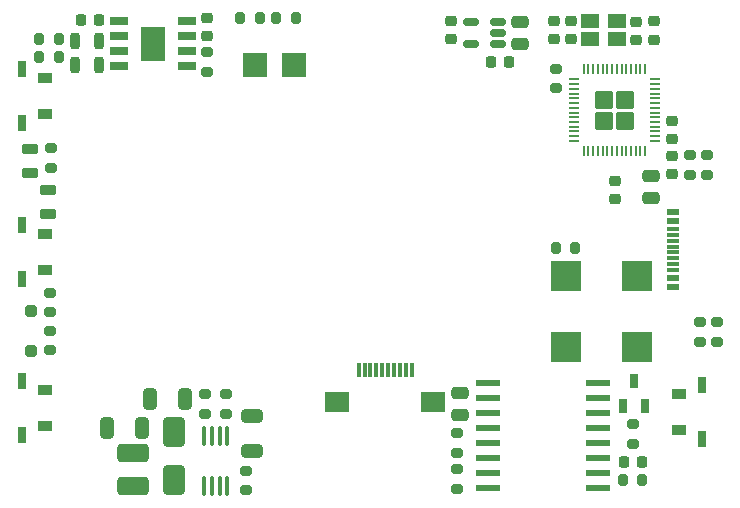
<source format=gbr>
%TF.GenerationSoftware,KiCad,Pcbnew,7.0.9*%
%TF.CreationDate,2024-03-02T15:09:24+02:00*%
%TF.ProjectId,DRM_Watch_V3,44524d5f-5761-4746-9368-5f56332e6b69,rev?*%
%TF.SameCoordinates,Original*%
%TF.FileFunction,Paste,Top*%
%TF.FilePolarity,Positive*%
%FSLAX46Y46*%
G04 Gerber Fmt 4.6, Leading zero omitted, Abs format (unit mm)*
G04 Created by KiCad (PCBNEW 7.0.9) date 2024-03-02 15:09:24*
%MOMM*%
%LPD*%
G01*
G04 APERTURE LIST*
G04 Aperture macros list*
%AMRoundRect*
0 Rectangle with rounded corners*
0 $1 Rounding radius*
0 $2 $3 $4 $5 $6 $7 $8 $9 X,Y pos of 4 corners*
0 Add a 4 corners polygon primitive as box body*
4,1,4,$2,$3,$4,$5,$6,$7,$8,$9,$2,$3,0*
0 Add four circle primitives for the rounded corners*
1,1,$1+$1,$2,$3*
1,1,$1+$1,$4,$5*
1,1,$1+$1,$6,$7*
1,1,$1+$1,$8,$9*
0 Add four rect primitives between the rounded corners*
20,1,$1+$1,$2,$3,$4,$5,0*
20,1,$1+$1,$4,$5,$6,$7,0*
20,1,$1+$1,$6,$7,$8,$9,0*
20,1,$1+$1,$8,$9,$2,$3,0*%
G04 Aperture macros list end*
%ADD10R,1.500000X1.200000*%
%ADD11RoundRect,0.249999X-0.524597X-0.524597X0.524597X-0.524597X0.524597X0.524597X-0.524597X0.524597X0*%
%ADD12RoundRect,0.050000X-0.350000X-0.050000X0.350000X-0.050000X0.350000X0.050000X-0.350000X0.050000X0*%
%ADD13RoundRect,0.050000X-0.050000X-0.350000X0.050000X-0.350000X0.050000X0.350000X-0.050000X0.350000X0*%
%ADD14RoundRect,0.150000X0.512500X0.150000X-0.512500X0.150000X-0.512500X-0.150000X0.512500X-0.150000X0*%
%ADD15RoundRect,0.200000X0.275000X-0.200000X0.275000X0.200000X-0.275000X0.200000X-0.275000X-0.200000X0*%
%ADD16RoundRect,0.250000X0.250000X-0.250000X0.250000X0.250000X-0.250000X0.250000X-0.250000X-0.250000X0*%
%ADD17RoundRect,0.250000X-0.650000X0.325000X-0.650000X-0.325000X0.650000X-0.325000X0.650000X0.325000X0*%
%ADD18R,2.500000X2.500000*%
%ADD19RoundRect,0.200000X-0.275000X0.200000X-0.275000X-0.200000X0.275000X-0.200000X0.275000X0.200000X0*%
%ADD20RoundRect,0.225000X0.250000X-0.225000X0.250000X0.225000X-0.250000X0.225000X-0.250000X-0.225000X0*%
%ADD21RoundRect,0.225000X-0.250000X0.225000X-0.250000X-0.225000X0.250000X-0.225000X0.250000X0.225000X0*%
%ADD22RoundRect,0.200000X0.200000X0.500000X-0.200000X0.500000X-0.200000X-0.500000X0.200000X-0.500000X0*%
%ADD23R,1.270000X0.900000*%
%ADD24R,0.800000X1.450000*%
%ADD25RoundRect,0.250000X0.475000X-0.250000X0.475000X0.250000X-0.475000X0.250000X-0.475000X-0.250000X0*%
%ADD26RoundRect,0.042000X0.258000X-0.573000X0.258000X0.573000X-0.258000X0.573000X-0.258000X-0.573000X0*%
%ADD27R,2.000000X2.000000*%
%ADD28R,1.500000X0.660400*%
%ADD29R,2.000000X3.000000*%
%ADD30RoundRect,0.250000X-0.650000X1.000000X-0.650000X-1.000000X0.650000X-1.000000X0.650000X1.000000X0*%
%ADD31R,0.300000X1.300000*%
%ADD32R,2.000000X1.800000*%
%ADD33RoundRect,0.225000X-0.225000X-0.250000X0.225000X-0.250000X0.225000X0.250000X-0.225000X0.250000X0*%
%ADD34RoundRect,0.200000X-0.200000X-0.275000X0.200000X-0.275000X0.200000X0.275000X-0.200000X0.275000X0*%
%ADD35RoundRect,0.041300X0.983700X0.253700X-0.983700X0.253700X-0.983700X-0.253700X0.983700X-0.253700X0*%
%ADD36RoundRect,0.200000X-0.500000X0.200000X-0.500000X-0.200000X0.500000X-0.200000X0.500000X0.200000X0*%
%ADD37RoundRect,0.225000X0.225000X0.250000X-0.225000X0.250000X-0.225000X-0.250000X0.225000X-0.250000X0*%
%ADD38RoundRect,0.100000X-0.100000X0.712500X-0.100000X-0.712500X0.100000X-0.712500X0.100000X0.712500X0*%
%ADD39RoundRect,0.200000X0.200000X0.275000X-0.200000X0.275000X-0.200000X-0.275000X0.200000X-0.275000X0*%
%ADD40RoundRect,0.250000X0.325000X0.650000X-0.325000X0.650000X-0.325000X-0.650000X0.325000X-0.650000X0*%
%ADD41RoundRect,0.320000X1.005000X-0.480000X1.005000X0.480000X-1.005000X0.480000X-1.005000X-0.480000X0*%
%ADD42R,1.140000X0.600000*%
%ADD43R,1.140000X0.300000*%
%ADD44RoundRect,0.200000X0.500000X-0.200000X0.500000X0.200000X-0.500000X0.200000X-0.500000X-0.200000X0*%
G04 APERTURE END LIST*
D10*
%TO.C,Y1*%
X114877503Y-47188716D03*
X117163503Y-47188716D03*
X117163503Y-45664716D03*
X114877503Y-45664716D03*
%TD*%
D11*
%TO.C,U1*%
X116071319Y-52362182D03*
X116071319Y-54112182D03*
X117821319Y-52362182D03*
X117821319Y-54112182D03*
D12*
X113496319Y-50637182D03*
X113496319Y-51037182D03*
X113496319Y-51437182D03*
X113496319Y-51837182D03*
X113496319Y-52237182D03*
X113496319Y-52637182D03*
X113496319Y-53037182D03*
X113496319Y-53437182D03*
X113496319Y-53837182D03*
X113496319Y-54237182D03*
X113496319Y-54637182D03*
X113496319Y-55037182D03*
X113496319Y-55437182D03*
X113496319Y-55837182D03*
D13*
X114346319Y-56687182D03*
X114746319Y-56687182D03*
X115146319Y-56687182D03*
X115546319Y-56687182D03*
X115946319Y-56687182D03*
X116346319Y-56687182D03*
X116746319Y-56687182D03*
X117146319Y-56687182D03*
X117546319Y-56687182D03*
X117946319Y-56687182D03*
X118346319Y-56687182D03*
X118746319Y-56687182D03*
X119146319Y-56687182D03*
X119546319Y-56687182D03*
D12*
X120396319Y-55837182D03*
X120396319Y-55437182D03*
X120396319Y-55037182D03*
X120396319Y-54637182D03*
X120396319Y-54237182D03*
X120396319Y-53837182D03*
X120396319Y-53437182D03*
X120396319Y-53037182D03*
X120396319Y-52637182D03*
X120396319Y-52237182D03*
X120396319Y-51837182D03*
X120396319Y-51437182D03*
X120396319Y-51037182D03*
X120396319Y-50637182D03*
D13*
X119546319Y-49787182D03*
X119146319Y-49787182D03*
X118746319Y-49787182D03*
X118346319Y-49787182D03*
X117946319Y-49787182D03*
X117546319Y-49787182D03*
X117146319Y-49787182D03*
X116746319Y-49787182D03*
X116346319Y-49787182D03*
X115946319Y-49787182D03*
X115546319Y-49787182D03*
X115146319Y-49787182D03*
X114746319Y-49787182D03*
X114346319Y-49787182D03*
%TD*%
D14*
%TO.C,U2*%
X107080632Y-47638833D03*
X107080632Y-46688833D03*
X107080632Y-45738833D03*
X104805632Y-45738833D03*
X104805632Y-47638833D03*
%TD*%
D15*
%TO.C,R3*%
X124195147Y-72822103D03*
X124195147Y-71172103D03*
%TD*%
D16*
%TO.C,D2*%
X67564000Y-70260000D03*
X67564000Y-73660000D03*
%TD*%
D17*
%TO.C,C18*%
X86233000Y-79170000D03*
X86233000Y-82120000D03*
%TD*%
D18*
%TO.C,LS1*%
X118830147Y-67262851D03*
X118830147Y-73262851D03*
X112830147Y-73262851D03*
X112830147Y-67262851D03*
%TD*%
D19*
%TO.C,R14*%
X123333861Y-57059106D03*
X123333861Y-58709106D03*
%TD*%
D15*
%TO.C,R6*%
X69162006Y-73553422D03*
X69162006Y-71903422D03*
%TD*%
D20*
%TO.C,C5*%
X120267524Y-47275000D03*
X120267524Y-45725000D03*
%TD*%
D19*
%TO.C,R19*%
X103632000Y-80582000D03*
X103632000Y-82232000D03*
%TD*%
D21*
%TO.C,C15*%
X111787761Y-45686050D03*
X111787761Y-47236050D03*
%TD*%
D19*
%TO.C,R9*%
X82423000Y-48324000D03*
X82423000Y-49974000D03*
%TD*%
D22*
%TO.C,D3*%
X73267123Y-47343045D03*
X71235123Y-47343045D03*
%TD*%
D23*
%TO.C,S2*%
X68703000Y-63754000D03*
X68703000Y-66802000D03*
D24*
X66818000Y-62992000D03*
X66818000Y-67564000D03*
%TD*%
D25*
%TO.C,C9*%
X108991132Y-47638833D03*
X108991132Y-45738833D03*
%TD*%
D26*
%TO.C,Q1*%
X117633660Y-78263648D03*
X119533660Y-78263648D03*
X118583660Y-76143648D03*
%TD*%
D27*
%TO.C,BT1*%
X89789000Y-49403000D03*
X86487000Y-49403000D03*
%TD*%
D15*
%TO.C,R21*%
X85725000Y-85407000D03*
X85725000Y-83757000D03*
%TD*%
D20*
%TO.C,C6*%
X103149132Y-47238833D03*
X103149132Y-45688833D03*
%TD*%
D19*
%TO.C,R17*%
X84074000Y-77280000D03*
X84074000Y-78930000D03*
%TD*%
D21*
%TO.C,C4*%
X117000479Y-59225783D03*
X117000479Y-60775783D03*
%TD*%
D28*
%TO.C,U3*%
X80756446Y-49519595D03*
X80756446Y-48249595D03*
X80756446Y-46979595D03*
X80756446Y-45709595D03*
X74959234Y-45717485D03*
X74959234Y-46987485D03*
X74959234Y-48257485D03*
X74959234Y-49527485D03*
D29*
X77851000Y-47625000D03*
%TD*%
D30*
%TO.C,D6*%
X79629000Y-80518000D03*
X79629000Y-84518000D03*
%TD*%
D23*
%TO.C,S1*%
X68703000Y-50546000D03*
X68703000Y-53594000D03*
D24*
X66818000Y-49784000D03*
X66818000Y-54356000D03*
%TD*%
D20*
%TO.C,C12*%
X82415870Y-46949882D03*
X82415870Y-45399882D03*
%TD*%
D31*
%TO.C,J2*%
X95286000Y-75230000D03*
X95786000Y-75230000D03*
X96286000Y-75230000D03*
X96786000Y-75230000D03*
X97286000Y-75230000D03*
X97786000Y-75230000D03*
X98286000Y-75230000D03*
X98786000Y-75230000D03*
X99286000Y-75230000D03*
X99786000Y-75230000D03*
D32*
X93486000Y-77980000D03*
X101586000Y-77980000D03*
%TD*%
D20*
%TO.C,C7*%
X121821319Y-55660182D03*
X121821319Y-54110182D03*
%TD*%
D33*
%TO.C,C14*%
X117716280Y-82998754D03*
X119266280Y-82998754D03*
%TD*%
D21*
%TO.C,C3*%
X118790503Y-45739216D03*
X118790503Y-47289216D03*
%TD*%
D34*
%TO.C,R7*%
X68263000Y-47244000D03*
X69913000Y-47244000D03*
%TD*%
D23*
%TO.C,S4*%
X68703000Y-76962000D03*
X68703000Y-80010000D03*
D24*
X66818000Y-76200000D03*
X66818000Y-80772000D03*
%TD*%
D33*
%TO.C,C13*%
X106488411Y-49190065D03*
X108038411Y-49190065D03*
%TD*%
D35*
%TO.C,U4*%
X115526000Y-85217000D03*
X115526000Y-83947000D03*
X115526000Y-82677000D03*
X115526000Y-81407000D03*
X115526000Y-80137000D03*
X115526000Y-78867000D03*
X115526000Y-77597000D03*
X115526000Y-76327000D03*
X106216000Y-76327000D03*
X106216000Y-77597000D03*
X106216000Y-78867000D03*
X106216000Y-80137000D03*
X106216000Y-81407000D03*
X106216000Y-82677000D03*
X106216000Y-83947000D03*
X106216000Y-85217000D03*
%TD*%
D19*
%TO.C,R10*%
X69150351Y-68709964D03*
X69150351Y-70359964D03*
%TD*%
D25*
%TO.C,C10*%
X103886000Y-79055000D03*
X103886000Y-77155000D03*
%TD*%
D36*
%TO.C,D1*%
X67500000Y-56484000D03*
X67500000Y-58516000D03*
%TD*%
D37*
%TO.C,C11*%
X73292000Y-45593000D03*
X71742000Y-45593000D03*
%TD*%
D38*
%TO.C,U5*%
X84160000Y-80818500D03*
X83510000Y-80818500D03*
X82860000Y-80818500D03*
X82210000Y-80818500D03*
X82210000Y-85043500D03*
X82860000Y-85043500D03*
X83510000Y-85043500D03*
X84160000Y-85043500D03*
%TD*%
D21*
%TO.C,C2*%
X113258303Y-45680154D03*
X113258303Y-47230154D03*
%TD*%
D15*
%TO.C,R5*%
X69213058Y-58109281D03*
X69213058Y-56459281D03*
%TD*%
D34*
%TO.C,R8*%
X68263000Y-48768000D03*
X69913000Y-48768000D03*
%TD*%
D39*
%TO.C,R4*%
X113628466Y-64927773D03*
X111978466Y-64927773D03*
%TD*%
D19*
%TO.C,R18*%
X82296000Y-77280000D03*
X82296000Y-78930000D03*
%TD*%
D40*
%TO.C,C16*%
X80596000Y-77724000D03*
X77646000Y-77724000D03*
%TD*%
D19*
%TO.C,R2*%
X125663001Y-71175000D03*
X125663001Y-72825000D03*
%TD*%
D23*
%TO.C,S3*%
X122452000Y-80352000D03*
X122452000Y-77304000D03*
D24*
X124337000Y-81114000D03*
X124337000Y-76542000D03*
%TD*%
D34*
%TO.C,R11*%
X85281000Y-45466000D03*
X86931000Y-45466000D03*
%TD*%
D41*
%TO.C,L1*%
X76200000Y-85093000D03*
X76200000Y-82293000D03*
%TD*%
D40*
%TO.C,C17*%
X76913000Y-80137000D03*
X73963000Y-80137000D03*
%TD*%
D19*
%TO.C,R15*%
X112031855Y-49735182D03*
X112031855Y-51385182D03*
%TD*%
D42*
%TO.C,J1*%
X121920000Y-68231000D03*
X121920000Y-67431000D03*
D43*
X121920000Y-66281000D03*
X121920000Y-65281000D03*
X121920000Y-64781000D03*
X121920000Y-63781000D03*
D42*
X121920000Y-61831000D03*
X121920000Y-62631000D03*
D43*
X121920000Y-63281000D03*
X121920000Y-64281000D03*
X121920000Y-65781000D03*
X121920000Y-66781000D03*
%TD*%
D34*
%TO.C,R16*%
X117654773Y-84506664D03*
X119304773Y-84506664D03*
%TD*%
D15*
%TO.C,R13*%
X124805082Y-58708034D03*
X124805082Y-57058034D03*
%TD*%
D34*
%TO.C,R12*%
X88329000Y-45466000D03*
X89979000Y-45466000D03*
%TD*%
D15*
%TO.C,R20*%
X103632000Y-85280000D03*
X103632000Y-83630000D03*
%TD*%
D44*
%TO.C,D5*%
X69000000Y-62016000D03*
X69000000Y-59984000D03*
%TD*%
D21*
%TO.C,C8*%
X121821319Y-57110182D03*
X121821319Y-58660182D03*
%TD*%
D22*
%TO.C,D4*%
X73279000Y-49403000D03*
X71247000Y-49403000D03*
%TD*%
D19*
%TO.C,R1*%
X118500000Y-79835621D03*
X118500000Y-81485621D03*
%TD*%
D25*
%TO.C,C1*%
X120078637Y-60668763D03*
X120078637Y-58768763D03*
%TD*%
M02*

</source>
